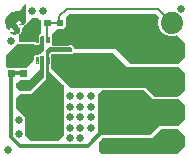
<source format=gtl>
G04 EAGLE Gerber RS-274X export*
G75*
%MOMM*%
%FSLAX34Y34*%
%LPD*%
%INTop Copper*%
%IPPOS*%
%AMOC8*
5,1,8,0,0,1.08239X$1,22.5*%
G01*
%ADD10C,0.102000*%
%ADD11C,0.104000*%
%ADD12C,0.635000*%
%ADD13C,1.879600*%
%ADD14C,0.092500*%
%ADD15C,0.100000*%
%ADD16C,0.203200*%
%ADD17C,0.304800*%

G36*
X149947Y79007D02*
X149947Y79007D01*
X150034Y79010D01*
X150087Y79027D01*
X150142Y79035D01*
X150221Y79070D01*
X150305Y79097D01*
X150344Y79125D01*
X150401Y79151D01*
X150514Y79247D01*
X150578Y79292D01*
X155404Y84118D01*
X155456Y84188D01*
X155516Y84252D01*
X155542Y84301D01*
X155575Y84345D01*
X155606Y84427D01*
X155646Y84505D01*
X155654Y84553D01*
X155676Y84611D01*
X155688Y84759D01*
X155701Y84836D01*
X155701Y96774D01*
X155689Y96861D01*
X155686Y96948D01*
X155669Y97001D01*
X155661Y97055D01*
X155626Y97135D01*
X155599Y97219D01*
X155571Y97258D01*
X155545Y97315D01*
X155449Y97428D01*
X155404Y97492D01*
X149635Y103260D01*
X149634Y103261D01*
X149633Y103263D01*
X149515Y103351D01*
X149408Y103431D01*
X149407Y103432D01*
X149406Y103433D01*
X149272Y103483D01*
X149143Y103532D01*
X149141Y103533D01*
X149140Y103533D01*
X148995Y103545D01*
X148859Y103556D01*
X148858Y103556D01*
X148856Y103556D01*
X148841Y103552D01*
X148581Y103500D01*
X148553Y103486D01*
X148529Y103480D01*
X147054Y102869D01*
X142506Y102869D01*
X138305Y104610D01*
X135090Y107825D01*
X133349Y112026D01*
X133349Y116574D01*
X133960Y118049D01*
X133961Y118051D01*
X133962Y118052D01*
X133996Y118186D01*
X134031Y118324D01*
X134031Y118326D01*
X134032Y118327D01*
X134027Y118468D01*
X134023Y118609D01*
X134023Y118610D01*
X134023Y118612D01*
X133979Y118746D01*
X133937Y118879D01*
X133936Y118881D01*
X133935Y118882D01*
X133926Y118895D01*
X133778Y119115D01*
X133755Y119135D01*
X133740Y119155D01*
X131528Y121368D01*
X131458Y121420D01*
X131394Y121480D01*
X131345Y121506D01*
X131301Y121539D01*
X131219Y121570D01*
X131141Y121610D01*
X131094Y121618D01*
X131035Y121640D01*
X130887Y121652D01*
X130810Y121665D01*
X58420Y121665D01*
X58333Y121653D01*
X58246Y121650D01*
X58193Y121633D01*
X58139Y121625D01*
X58059Y121590D01*
X57975Y121563D01*
X57936Y121535D01*
X57879Y121509D01*
X57766Y121413D01*
X57702Y121368D01*
X55162Y118828D01*
X55110Y118758D01*
X55050Y118694D01*
X55024Y118645D01*
X54991Y118601D01*
X54960Y118519D01*
X54920Y118441D01*
X54912Y118394D01*
X54890Y118335D01*
X54878Y118187D01*
X54865Y118110D01*
X54865Y110911D01*
X52920Y108965D01*
X48260Y108965D01*
X48173Y108953D01*
X48086Y108950D01*
X48033Y108933D01*
X47979Y108925D01*
X47899Y108890D01*
X47815Y108863D01*
X47776Y108835D01*
X47719Y108809D01*
X47606Y108713D01*
X47542Y108668D01*
X43260Y104386D01*
X43208Y104316D01*
X43148Y104252D01*
X43122Y104203D01*
X43089Y104159D01*
X43058Y104077D01*
X43018Y103999D01*
X43010Y103951D01*
X42988Y103893D01*
X42976Y103745D01*
X42963Y103668D01*
X42963Y96488D01*
X42971Y96430D01*
X42969Y96372D01*
X42991Y96290D01*
X43003Y96206D01*
X43026Y96153D01*
X43041Y96097D01*
X43084Y96024D01*
X43119Y95947D01*
X43157Y95902D01*
X43186Y95852D01*
X43248Y95794D01*
X43302Y95730D01*
X43351Y95698D01*
X43394Y95658D01*
X43469Y95619D01*
X43539Y95572D01*
X43595Y95555D01*
X43647Y95528D01*
X43715Y95517D01*
X43810Y95487D01*
X43910Y95484D01*
X43978Y95473D01*
X60279Y95473D01*
X61777Y93975D01*
X61778Y93951D01*
X61795Y93898D01*
X61799Y93869D01*
X61799Y93396D01*
X61811Y93309D01*
X61814Y93222D01*
X61831Y93169D01*
X61839Y93114D01*
X61874Y93035D01*
X61901Y92951D01*
X61929Y92912D01*
X61955Y92855D01*
X62051Y92742D01*
X62096Y92678D01*
X62782Y91992D01*
X62852Y91940D01*
X62916Y91880D01*
X62965Y91854D01*
X63009Y91821D01*
X63091Y91790D01*
X63169Y91750D01*
X63216Y91742D01*
X63275Y91720D01*
X63423Y91708D01*
X63500Y91695D01*
X97370Y91695D01*
X109772Y79292D01*
X109842Y79240D01*
X109906Y79180D01*
X109955Y79154D01*
X109999Y79121D01*
X110081Y79090D01*
X110159Y79050D01*
X110207Y79042D01*
X110265Y79020D01*
X110413Y79008D01*
X110490Y78995D01*
X149860Y78995D01*
X149947Y79007D01*
G37*
G36*
X149820Y51575D02*
X149820Y51575D01*
X149907Y51578D01*
X149960Y51595D01*
X150014Y51603D01*
X150094Y51638D01*
X150178Y51665D01*
X150217Y51693D01*
X150274Y51719D01*
X150387Y51815D01*
X150451Y51860D01*
X155658Y57067D01*
X155710Y57137D01*
X155770Y57201D01*
X155796Y57250D01*
X155829Y57294D01*
X155860Y57376D01*
X155900Y57454D01*
X155908Y57502D01*
X155930Y57560D01*
X155942Y57708D01*
X155955Y57785D01*
X155955Y70739D01*
X155943Y70826D01*
X155940Y70913D01*
X155923Y70966D01*
X155915Y71021D01*
X155880Y71100D01*
X155853Y71184D01*
X155825Y71223D01*
X155799Y71280D01*
X155703Y71393D01*
X155658Y71457D01*
X150552Y76562D01*
X150483Y76615D01*
X150419Y76675D01*
X150369Y76700D01*
X150325Y76733D01*
X150244Y76764D01*
X150166Y76804D01*
X150118Y76812D01*
X150060Y76834D01*
X149912Y76847D01*
X149835Y76860D01*
X106770Y76860D01*
X95282Y88348D01*
X95212Y88400D01*
X95148Y88460D01*
X95099Y88486D01*
X95055Y88519D01*
X94973Y88550D01*
X94895Y88590D01*
X94848Y88598D01*
X94789Y88620D01*
X94642Y88632D01*
X94564Y88645D01*
X61443Y88645D01*
X61356Y88633D01*
X61269Y88630D01*
X61216Y88613D01*
X61161Y88605D01*
X61081Y88570D01*
X60998Y88543D01*
X60959Y88515D01*
X60902Y88489D01*
X60788Y88393D01*
X60725Y88348D01*
X60311Y87934D01*
X43608Y87934D01*
X43521Y87922D01*
X43434Y87919D01*
X43381Y87902D01*
X43326Y87894D01*
X43247Y87858D01*
X43163Y87831D01*
X43124Y87803D01*
X43067Y87778D01*
X42954Y87682D01*
X42890Y87637D01*
X42792Y87539D01*
X42740Y87469D01*
X42680Y87405D01*
X42655Y87356D01*
X42621Y87312D01*
X42590Y87230D01*
X42550Y87152D01*
X42543Y87105D01*
X42520Y87046D01*
X42508Y86898D01*
X42495Y86821D01*
X42495Y75971D01*
X42507Y75885D01*
X42510Y75797D01*
X42527Y75745D01*
X42535Y75690D01*
X42571Y75610D01*
X42597Y75527D01*
X42625Y75488D01*
X42651Y75430D01*
X42747Y75317D01*
X42761Y75293D01*
X42770Y75285D01*
X42792Y75254D01*
X58540Y59506D01*
X58610Y59453D01*
X58674Y59393D01*
X58723Y59368D01*
X58768Y59335D01*
X58849Y59304D01*
X58927Y59264D01*
X58975Y59256D01*
X59033Y59233D01*
X59181Y59221D01*
X59258Y59208D01*
X122236Y59208D01*
X129584Y51860D01*
X129654Y51808D01*
X129718Y51748D01*
X129767Y51722D01*
X129811Y51689D01*
X129893Y51658D01*
X129971Y51618D01*
X130019Y51610D01*
X130077Y51588D01*
X130225Y51576D01*
X130302Y51563D01*
X149733Y51563D01*
X149820Y51575D01*
G37*
G36*
X125828Y19063D02*
X125828Y19063D01*
X125927Y19066D01*
X125985Y19083D01*
X126046Y19091D01*
X126138Y19127D01*
X126233Y19155D01*
X126285Y19185D01*
X126341Y19208D01*
X126421Y19266D01*
X126507Y19316D01*
X126582Y19382D01*
X126599Y19394D01*
X126606Y19404D01*
X126628Y19423D01*
X133876Y26671D01*
X149860Y26671D01*
X149958Y26683D01*
X150057Y26686D01*
X150115Y26703D01*
X150176Y26711D01*
X150268Y26747D01*
X150363Y26775D01*
X150415Y26805D01*
X150471Y26828D01*
X150551Y26886D01*
X150637Y26936D01*
X150712Y27002D01*
X150729Y27014D01*
X150736Y27024D01*
X150758Y27043D01*
X155330Y31615D01*
X155390Y31693D01*
X155458Y31765D01*
X155487Y31818D01*
X155524Y31866D01*
X155564Y31957D01*
X155612Y32043D01*
X155627Y32102D01*
X155651Y32158D01*
X155666Y32256D01*
X155691Y32351D01*
X155697Y32451D01*
X155701Y32472D01*
X155699Y32484D01*
X155701Y32512D01*
X155701Y43688D01*
X155689Y43786D01*
X155686Y43885D01*
X155669Y43943D01*
X155661Y44004D01*
X155625Y44096D01*
X155597Y44191D01*
X155567Y44243D01*
X155544Y44299D01*
X155486Y44379D01*
X155436Y44465D01*
X155370Y44540D01*
X155358Y44557D01*
X155348Y44564D01*
X155330Y44585D01*
X150758Y49158D01*
X150679Y49218D01*
X150607Y49286D01*
X150554Y49315D01*
X150506Y49352D01*
X150415Y49392D01*
X150329Y49440D01*
X150270Y49455D01*
X150214Y49479D01*
X150116Y49494D01*
X150021Y49519D01*
X149921Y49525D01*
X149900Y49529D01*
X149888Y49527D01*
X149860Y49529D01*
X128796Y49529D01*
X121548Y56778D01*
X121469Y56838D01*
X121397Y56906D01*
X121344Y56935D01*
X121296Y56972D01*
X121205Y57012D01*
X121119Y57060D01*
X121060Y57075D01*
X121004Y57099D01*
X120906Y57114D01*
X120811Y57139D01*
X120711Y57145D01*
X120690Y57149D01*
X120678Y57147D01*
X120650Y57149D01*
X86360Y57149D01*
X86262Y57137D01*
X86163Y57134D01*
X86105Y57117D01*
X86044Y57109D01*
X85952Y57073D01*
X85857Y57045D01*
X85805Y57015D01*
X85749Y56992D01*
X85669Y56934D01*
X85583Y56884D01*
X85508Y56818D01*
X85491Y56806D01*
X85484Y56796D01*
X85471Y56785D01*
X85470Y56785D01*
X85470Y56784D01*
X85463Y56778D01*
X82923Y54238D01*
X82862Y54159D01*
X82794Y54087D01*
X82765Y54034D01*
X82728Y53986D01*
X82688Y53895D01*
X82640Y53809D01*
X82625Y53750D01*
X82601Y53694D01*
X82586Y53596D01*
X82561Y53501D01*
X82555Y53411D01*
X82553Y53401D01*
X82554Y53395D01*
X82551Y53380D01*
X82553Y53368D01*
X82551Y53340D01*
X82551Y20320D01*
X82566Y20202D01*
X82573Y20083D01*
X82586Y20045D01*
X82591Y20004D01*
X82634Y19894D01*
X82671Y19781D01*
X82693Y19746D01*
X82708Y19709D01*
X82778Y19613D01*
X82841Y19512D01*
X82871Y19484D01*
X82894Y19451D01*
X82986Y19376D01*
X83073Y19294D01*
X83108Y19274D01*
X83139Y19249D01*
X83247Y19198D01*
X83351Y19140D01*
X83391Y19130D01*
X83427Y19113D01*
X83544Y19091D01*
X83659Y19061D01*
X83720Y19057D01*
X83740Y19053D01*
X83760Y19055D01*
X83820Y19051D01*
X125730Y19051D01*
X125828Y19063D01*
G37*
G36*
X48347Y14237D02*
X48347Y14237D01*
X48434Y14240D01*
X48487Y14257D01*
X48542Y14265D01*
X48621Y14300D01*
X48705Y14327D01*
X48744Y14355D01*
X48801Y14381D01*
X48914Y14477D01*
X48978Y14522D01*
X52788Y18332D01*
X52840Y18402D01*
X52900Y18466D01*
X52926Y18515D01*
X52959Y18559D01*
X52990Y18641D01*
X53030Y18719D01*
X53038Y18767D01*
X53060Y18825D01*
X53072Y18973D01*
X53085Y19050D01*
X53085Y60960D01*
X53078Y61013D01*
X53079Y61043D01*
X53072Y61066D01*
X53070Y61134D01*
X53053Y61187D01*
X53045Y61242D01*
X53010Y61321D01*
X52983Y61405D01*
X52955Y61444D01*
X52929Y61501D01*
X52833Y61614D01*
X52788Y61678D01*
X40893Y73573D01*
X40893Y87448D01*
X40914Y87477D01*
X40974Y87540D01*
X41000Y87590D01*
X41033Y87634D01*
X41064Y87716D01*
X41104Y87794D01*
X41112Y87841D01*
X41134Y87900D01*
X41146Y88047D01*
X41159Y88125D01*
X41159Y88162D01*
X42208Y89211D01*
X42245Y89211D01*
X42332Y89223D01*
X42419Y89226D01*
X42472Y89243D01*
X42527Y89251D01*
X42607Y89286D01*
X42690Y89313D01*
X42729Y89341D01*
X42786Y89367D01*
X42896Y89460D01*
X58750Y89460D01*
X58808Y89468D01*
X58867Y89466D01*
X58948Y89488D01*
X59032Y89499D01*
X59085Y89523D01*
X59142Y89538D01*
X59214Y89581D01*
X59291Y89616D01*
X59336Y89653D01*
X59386Y89683D01*
X59444Y89745D01*
X59508Y89799D01*
X59541Y89848D01*
X59581Y89891D01*
X59619Y89966D01*
X59666Y90036D01*
X59683Y90092D01*
X59710Y90144D01*
X59721Y90212D01*
X59751Y90307D01*
X59754Y90407D01*
X59765Y90475D01*
X59765Y92405D01*
X59757Y92462D01*
X59759Y92515D01*
X59759Y92516D01*
X59759Y92522D01*
X59737Y92603D01*
X59726Y92687D01*
X59702Y92740D01*
X59687Y92797D01*
X59644Y92869D01*
X59609Y92946D01*
X59572Y92991D01*
X59542Y93041D01*
X59480Y93099D01*
X59426Y93163D01*
X59377Y93196D01*
X59334Y93236D01*
X59259Y93274D01*
X59189Y93321D01*
X59133Y93338D01*
X59081Y93365D01*
X59013Y93376D01*
X58918Y93406D01*
X58818Y93409D01*
X58750Y93420D01*
X41148Y93420D01*
X41061Y93408D01*
X40974Y93405D01*
X40921Y93388D01*
X40867Y93381D01*
X40787Y93345D01*
X40704Y93318D01*
X40664Y93290D01*
X40607Y93264D01*
X40494Y93168D01*
X40430Y93123D01*
X38246Y90939D01*
X38193Y90869D01*
X38133Y90805D01*
X38108Y90756D01*
X38075Y90711D01*
X38044Y90630D01*
X38004Y90552D01*
X37996Y90504D01*
X37974Y90446D01*
X37961Y90298D01*
X37948Y90221D01*
X37948Y66054D01*
X25818Y53923D01*
X16739Y53923D01*
X16652Y53911D01*
X16565Y53908D01*
X16512Y53891D01*
X16457Y53884D01*
X16377Y53848D01*
X16294Y53821D01*
X16255Y53793D01*
X16198Y53767D01*
X16084Y53671D01*
X16021Y53626D01*
X13252Y50858D01*
X13200Y50788D01*
X13140Y50724D01*
X13114Y50674D01*
X13081Y50630D01*
X13050Y50549D01*
X13010Y50471D01*
X13002Y50423D01*
X12980Y50365D01*
X12968Y50217D01*
X12955Y50140D01*
X12955Y41910D01*
X12967Y41823D01*
X12970Y41736D01*
X12987Y41683D01*
X12995Y41629D01*
X13030Y41549D01*
X13057Y41465D01*
X13085Y41426D01*
X13111Y41369D01*
X13207Y41256D01*
X13252Y41192D01*
X20575Y33870D01*
X20575Y19050D01*
X20587Y18963D01*
X20590Y18876D01*
X20607Y18823D01*
X20615Y18769D01*
X20650Y18689D01*
X20677Y18605D01*
X20705Y18566D01*
X20731Y18509D01*
X20827Y18396D01*
X20872Y18332D01*
X24682Y14522D01*
X24752Y14470D01*
X24816Y14410D01*
X24865Y14384D01*
X24909Y14351D01*
X24991Y14320D01*
X25069Y14280D01*
X25117Y14272D01*
X25175Y14250D01*
X25323Y14238D01*
X25400Y14225D01*
X48260Y14225D01*
X48347Y14237D01*
G37*
G36*
X148677Y2807D02*
X148677Y2807D01*
X148764Y2810D01*
X148817Y2827D01*
X148872Y2835D01*
X148951Y2870D01*
X149035Y2897D01*
X149074Y2925D01*
X149131Y2951D01*
X149244Y3047D01*
X149308Y3092D01*
X155658Y9442D01*
X155710Y9512D01*
X155770Y9576D01*
X155796Y9625D01*
X155829Y9669D01*
X155860Y9751D01*
X155900Y9829D01*
X155908Y9877D01*
X155930Y9935D01*
X155942Y10083D01*
X155955Y10160D01*
X155955Y17780D01*
X155943Y17867D01*
X155940Y17954D01*
X155923Y18007D01*
X155915Y18062D01*
X155880Y18141D01*
X155853Y18225D01*
X155825Y18264D01*
X155799Y18321D01*
X155703Y18434D01*
X155658Y18498D01*
X150578Y23578D01*
X150508Y23630D01*
X150444Y23690D01*
X150395Y23716D01*
X150351Y23749D01*
X150269Y23780D01*
X150191Y23820D01*
X150144Y23828D01*
X150085Y23850D01*
X149937Y23862D01*
X149860Y23875D01*
X135890Y23875D01*
X135803Y23863D01*
X135716Y23860D01*
X135663Y23843D01*
X135609Y23835D01*
X135529Y23800D01*
X135445Y23773D01*
X135406Y23745D01*
X135349Y23719D01*
X135236Y23623D01*
X135172Y23578D01*
X127850Y16255D01*
X86360Y16255D01*
X86273Y16243D01*
X86186Y16240D01*
X86133Y16223D01*
X86079Y16215D01*
X85999Y16180D01*
X85915Y16153D01*
X85876Y16125D01*
X85819Y16099D01*
X85706Y16003D01*
X85642Y15958D01*
X83102Y13418D01*
X83050Y13348D01*
X82990Y13284D01*
X82964Y13235D01*
X82931Y13191D01*
X82900Y13109D01*
X82860Y13031D01*
X82852Y12984D01*
X82830Y12925D01*
X82818Y12777D01*
X82805Y12700D01*
X82805Y6350D01*
X82817Y6263D01*
X82820Y6176D01*
X82837Y6123D01*
X82845Y6069D01*
X82880Y5989D01*
X82907Y5905D01*
X82935Y5866D01*
X82961Y5809D01*
X83057Y5696D01*
X83102Y5632D01*
X85642Y3092D01*
X85712Y3040D01*
X85776Y2980D01*
X85825Y2954D01*
X85869Y2921D01*
X85951Y2890D01*
X86029Y2850D01*
X86077Y2842D01*
X86135Y2820D01*
X86283Y2808D01*
X86360Y2795D01*
X148590Y2795D01*
X148677Y2807D01*
G37*
G36*
X20915Y75705D02*
X20915Y75705D01*
X21002Y75708D01*
X21055Y75725D01*
X21110Y75733D01*
X21189Y75768D01*
X21273Y75795D01*
X21312Y75823D01*
X21369Y75849D01*
X21482Y75945D01*
X21546Y75990D01*
X27362Y81806D01*
X27414Y81876D01*
X27474Y81940D01*
X27500Y81989D01*
X27533Y82033D01*
X27564Y82115D01*
X27604Y82193D01*
X27612Y82241D01*
X27634Y82299D01*
X27646Y82447D01*
X27659Y82524D01*
X27659Y86168D01*
X28702Y87211D01*
X32346Y87211D01*
X32433Y87223D01*
X32520Y87226D01*
X32573Y87243D01*
X32627Y87251D01*
X32707Y87286D01*
X32791Y87313D01*
X32830Y87341D01*
X32887Y87367D01*
X33000Y87463D01*
X33064Y87508D01*
X36100Y90544D01*
X36153Y90614D01*
X36213Y90678D01*
X36238Y90727D01*
X36271Y90772D01*
X36302Y90853D01*
X36342Y90931D01*
X36350Y90979D01*
X36372Y91037D01*
X36384Y91185D01*
X36397Y91262D01*
X36397Y101930D01*
X36389Y101988D01*
X36391Y102047D01*
X36369Y102128D01*
X36358Y102212D01*
X36334Y102265D01*
X36319Y102322D01*
X36276Y102394D01*
X36241Y102471D01*
X36204Y102516D01*
X36174Y102566D01*
X36112Y102624D01*
X36058Y102688D01*
X36009Y102721D01*
X35966Y102761D01*
X35891Y102799D01*
X35821Y102846D01*
X35765Y102863D01*
X35713Y102890D01*
X35645Y102901D01*
X35550Y102931D01*
X35450Y102934D01*
X35382Y102945D01*
X34519Y102945D01*
X34461Y102937D01*
X34402Y102939D01*
X34321Y102917D01*
X34237Y102906D01*
X34184Y102882D01*
X34127Y102867D01*
X34055Y102824D01*
X33978Y102789D01*
X33933Y102752D01*
X33883Y102722D01*
X33825Y102660D01*
X33761Y102606D01*
X33728Y102557D01*
X33688Y102514D01*
X33650Y102439D01*
X33603Y102369D01*
X33585Y102313D01*
X33559Y102261D01*
X33547Y102193D01*
X33517Y102098D01*
X33515Y101998D01*
X33503Y101930D01*
X33503Y96915D01*
X32761Y96173D01*
X32730Y96163D01*
X32690Y96135D01*
X32633Y96109D01*
X32520Y96013D01*
X32456Y95968D01*
X32158Y95669D01*
X28702Y95669D01*
X28404Y95968D01*
X28334Y96020D01*
X28270Y96080D01*
X28221Y96106D01*
X28177Y96139D01*
X28095Y96170D01*
X28017Y96210D01*
X27969Y96218D01*
X27911Y96240D01*
X27763Y96252D01*
X27686Y96265D01*
X13970Y96265D01*
X13883Y96253D01*
X13796Y96250D01*
X13743Y96233D01*
X13689Y96225D01*
X13609Y96190D01*
X13525Y96163D01*
X13486Y96135D01*
X13429Y96109D01*
X13316Y96013D01*
X13252Y95968D01*
X4362Y87078D01*
X4310Y87008D01*
X4250Y86944D01*
X4224Y86895D01*
X4191Y86851D01*
X4160Y86769D01*
X4120Y86691D01*
X4112Y86644D01*
X4090Y86585D01*
X4078Y86437D01*
X4065Y86360D01*
X4065Y78588D01*
X4077Y78501D01*
X4080Y78414D01*
X4097Y78361D01*
X4105Y78306D01*
X4140Y78226D01*
X4167Y78143D01*
X4195Y78104D01*
X4221Y78047D01*
X4317Y77933D01*
X4362Y77870D01*
X6242Y75990D01*
X6311Y75938D01*
X6375Y75878D01*
X6425Y75852D01*
X6469Y75819D01*
X6551Y75788D01*
X6629Y75748D01*
X6676Y75740D01*
X6735Y75718D01*
X6882Y75706D01*
X6960Y75693D01*
X20828Y75693D01*
X20915Y75705D01*
G37*
G36*
X30995Y97545D02*
X30995Y97545D01*
X31054Y97543D01*
X31135Y97565D01*
X31219Y97577D01*
X31272Y97600D01*
X31329Y97615D01*
X31401Y97658D01*
X31478Y97693D01*
X31523Y97731D01*
X31573Y97760D01*
X31631Y97822D01*
X31695Y97876D01*
X31728Y97925D01*
X31768Y97968D01*
X31806Y98043D01*
X31853Y98113D01*
X31870Y98169D01*
X31897Y98221D01*
X31908Y98289D01*
X31938Y98384D01*
X31941Y98484D01*
X31952Y98552D01*
X31952Y103313D01*
X33433Y104794D01*
X33486Y104863D01*
X33546Y104927D01*
X33571Y104977D01*
X33604Y105021D01*
X33635Y105103D01*
X33675Y105181D01*
X33683Y105228D01*
X33705Y105287D01*
X33717Y105434D01*
X33730Y105512D01*
X33730Y115875D01*
X33724Y115923D01*
X33724Y115928D01*
X33722Y115934D01*
X33718Y115961D01*
X33715Y116049D01*
X33698Y116102D01*
X33691Y116156D01*
X33655Y116236D01*
X33628Y116319D01*
X33600Y116359D01*
X33574Y116416D01*
X33478Y116529D01*
X33433Y116593D01*
X31833Y118193D01*
X31763Y118245D01*
X31699Y118305D01*
X31650Y118331D01*
X31606Y118364D01*
X31524Y118395D01*
X31446Y118435D01*
X31399Y118443D01*
X31340Y118465D01*
X31192Y118477D01*
X31115Y118490D01*
X27076Y118490D01*
X26990Y118478D01*
X26902Y118475D01*
X26850Y118458D01*
X26795Y118450D01*
X26715Y118415D01*
X26632Y118388D01*
X26593Y118360D01*
X26536Y118334D01*
X26422Y118238D01*
X26359Y118193D01*
X22406Y114240D01*
X22300Y114100D01*
X22282Y114079D01*
X22266Y114061D01*
X22264Y114058D01*
X22253Y114044D01*
X22227Y114002D01*
X22146Y113809D01*
X22122Y113758D01*
X22026Y113423D01*
X21978Y113382D01*
X21888Y113314D01*
X21870Y113290D01*
X21847Y113270D01*
X21785Y113176D01*
X21718Y113086D01*
X21707Y113058D01*
X21690Y113033D01*
X21669Y112957D01*
X21617Y112820D01*
X21612Y112757D01*
X21599Y112710D01*
X21596Y112688D01*
X21436Y112560D01*
X21428Y112551D01*
X21418Y112545D01*
X21377Y112497D01*
X21340Y112457D01*
X21302Y112426D01*
X21284Y112398D01*
X21241Y112353D01*
X21222Y112315D01*
X21200Y112289D01*
X21094Y112114D01*
X21042Y112100D01*
X21029Y112095D01*
X21016Y112093D01*
X20898Y112042D01*
X20779Y111994D01*
X20768Y111985D01*
X20755Y111980D01*
X20656Y111897D01*
X20555Y111818D01*
X20547Y111807D01*
X20536Y111798D01*
X20501Y111742D01*
X20389Y111587D01*
X20384Y111573D01*
X20160Y111483D01*
X19914Y111342D01*
X19909Y111336D01*
X19903Y111333D01*
X19751Y111212D01*
X19706Y111186D01*
X19681Y111160D01*
X19644Y111135D01*
X19597Y111118D01*
X19547Y111083D01*
X19538Y111083D01*
X19522Y111078D01*
X19505Y111078D01*
X19386Y111039D01*
X19265Y111005D01*
X19251Y110995D01*
X19234Y110990D01*
X19177Y110949D01*
X19024Y110853D01*
X18992Y110818D01*
X18961Y110795D01*
X17879Y109713D01*
X17827Y109644D01*
X17767Y109580D01*
X17741Y109530D01*
X17708Y109486D01*
X17677Y109405D01*
X17637Y109327D01*
X17629Y109279D01*
X17607Y109221D01*
X17595Y109073D01*
X17582Y108996D01*
X17582Y108743D01*
X17598Y108628D01*
X17597Y108588D01*
X17604Y108562D01*
X17606Y108523D01*
X17748Y107882D01*
X17634Y107538D01*
X17583Y107259D01*
X17585Y107236D01*
X17582Y107217D01*
X17582Y106917D01*
X17560Y106888D01*
X17538Y106831D01*
X17508Y106779D01*
X17488Y106699D01*
X17459Y106622D01*
X17454Y106562D01*
X17449Y106544D01*
X17199Y106144D01*
X17180Y106102D01*
X17177Y106098D01*
X17175Y106091D01*
X17132Y105994D01*
X17097Y105927D01*
X16954Y105500D01*
X16921Y105472D01*
X16866Y105392D01*
X16805Y105316D01*
X16787Y105275D01*
X16761Y105237D01*
X16740Y105165D01*
X16704Y105082D01*
X16518Y104937D01*
X16511Y104930D01*
X16502Y104925D01*
X16465Y104882D01*
X16320Y104732D01*
X16301Y104697D01*
X16280Y104673D01*
X16159Y104479D01*
X16117Y104469D01*
X16066Y104439D01*
X16010Y104417D01*
X15944Y104367D01*
X15872Y104325D01*
X15831Y104281D01*
X15784Y104246D01*
X15747Y104196D01*
X15567Y104098D01*
X15494Y104044D01*
X15417Y103998D01*
X15381Y103959D01*
X15339Y103928D01*
X15284Y103856D01*
X15222Y103791D01*
X15198Y103744D01*
X15167Y103702D01*
X15134Y103618D01*
X15093Y103537D01*
X15085Y103492D01*
X15064Y103436D01*
X15050Y103283D01*
X15038Y103206D01*
X15038Y98831D01*
X15050Y98745D01*
X15053Y98657D01*
X15070Y98605D01*
X15077Y98550D01*
X15113Y98470D01*
X15140Y98387D01*
X15168Y98348D01*
X15194Y98290D01*
X15289Y98177D01*
X15335Y98114D01*
X15614Y97834D01*
X15684Y97782D01*
X15748Y97722D01*
X15797Y97696D01*
X15841Y97663D01*
X15923Y97632D01*
X16001Y97592D01*
X16049Y97584D01*
X16107Y97562D01*
X16255Y97550D01*
X16332Y97537D01*
X30937Y97537D01*
X30995Y97545D01*
G37*
G36*
X24217Y56147D02*
X24217Y56147D01*
X24304Y56150D01*
X24357Y56167D01*
X24412Y56175D01*
X24491Y56210D01*
X24575Y56237D01*
X24614Y56265D01*
X24671Y56291D01*
X24784Y56387D01*
X24848Y56432D01*
X36278Y67862D01*
X36330Y67932D01*
X36390Y67996D01*
X36416Y68045D01*
X36449Y68089D01*
X36480Y68171D01*
X36520Y68249D01*
X36528Y68297D01*
X36550Y68355D01*
X36562Y68503D01*
X36575Y68580D01*
X36575Y85090D01*
X36567Y85148D01*
X36569Y85206D01*
X36547Y85288D01*
X36535Y85372D01*
X36512Y85425D01*
X36497Y85481D01*
X36454Y85554D01*
X36419Y85631D01*
X36381Y85676D01*
X36352Y85726D01*
X36290Y85784D01*
X36236Y85848D01*
X36187Y85880D01*
X36144Y85920D01*
X36069Y85959D01*
X35999Y86006D01*
X35943Y86023D01*
X35891Y86050D01*
X35823Y86061D01*
X35728Y86091D01*
X35628Y86094D01*
X35560Y86105D01*
X34290Y86105D01*
X34232Y86097D01*
X34174Y86099D01*
X34092Y86077D01*
X34009Y86065D01*
X33955Y86042D01*
X33899Y86027D01*
X33826Y85984D01*
X33749Y85949D01*
X33704Y85911D01*
X33654Y85882D01*
X33596Y85820D01*
X33532Y85766D01*
X33500Y85717D01*
X33460Y85674D01*
X33421Y85599D01*
X33375Y85529D01*
X33357Y85473D01*
X33330Y85421D01*
X33319Y85353D01*
X33289Y85258D01*
X33286Y85158D01*
X33275Y85090D01*
X33275Y75351D01*
X23710Y65785D01*
X16510Y65785D01*
X16423Y65773D01*
X16336Y65770D01*
X16283Y65753D01*
X16229Y65745D01*
X16149Y65710D01*
X16065Y65683D01*
X16026Y65655D01*
X15969Y65629D01*
X15856Y65533D01*
X15792Y65488D01*
X13252Y62948D01*
X13227Y62914D01*
X13212Y62902D01*
X13188Y62866D01*
X13140Y62814D01*
X13114Y62765D01*
X13081Y62721D01*
X13067Y62685D01*
X13055Y62665D01*
X13040Y62619D01*
X13010Y62561D01*
X13002Y62514D01*
X12980Y62455D01*
X12977Y62421D01*
X12969Y62394D01*
X12966Y62299D01*
X12955Y62230D01*
X12955Y59690D01*
X12967Y59603D01*
X12970Y59516D01*
X12987Y59463D01*
X12995Y59409D01*
X13030Y59329D01*
X13057Y59245D01*
X13085Y59206D01*
X13111Y59149D01*
X13207Y59036D01*
X13252Y58972D01*
X15792Y56432D01*
X15862Y56380D01*
X15926Y56320D01*
X15975Y56294D01*
X16019Y56261D01*
X16101Y56230D01*
X16179Y56190D01*
X16227Y56182D01*
X16285Y56160D01*
X16433Y56148D01*
X16510Y56135D01*
X24130Y56135D01*
X24217Y56147D01*
G37*
G36*
X12058Y104076D02*
X12058Y104076D01*
X12098Y104076D01*
X13198Y104276D01*
X13233Y104291D01*
X13312Y104316D01*
X14412Y104916D01*
X14432Y104934D01*
X14463Y104950D01*
X15363Y105650D01*
X15383Y105674D01*
X15443Y105738D01*
X15446Y105740D01*
X15446Y105742D01*
X15452Y105748D01*
X15952Y106548D01*
X15964Y106582D01*
X15991Y106630D01*
X16291Y107530D01*
X16294Y107567D01*
X16310Y107650D01*
X16310Y108450D01*
X16303Y108483D01*
X16301Y108533D01*
X16101Y109433D01*
X16084Y109468D01*
X16062Y109535D01*
X15562Y110435D01*
X15540Y110459D01*
X15516Y110500D01*
X14816Y111300D01*
X14815Y111301D01*
X14814Y111303D01*
X14597Y111547D01*
X14259Y111928D01*
X14014Y112203D01*
X14006Y112208D01*
X13999Y112219D01*
X13357Y112861D01*
X13110Y113519D01*
X13110Y114088D01*
X13269Y114565D01*
X13590Y114966D01*
X14086Y115297D01*
X14777Y115470D01*
X15492Y115470D01*
X15921Y115384D01*
X16316Y115226D01*
X16835Y114708D01*
X16985Y114482D01*
X17050Y114288D01*
X17050Y114012D01*
X16998Y113855D01*
X16525Y113382D01*
X16310Y113311D01*
X16290Y113298D01*
X16260Y113290D01*
X15992Y113156D01*
X15860Y113090D01*
X15831Y113066D01*
X15761Y113019D01*
X15661Y112919D01*
X15648Y112898D01*
X15629Y112882D01*
X15603Y112825D01*
X15570Y112772D01*
X15567Y112747D01*
X15557Y112724D01*
X15559Y112661D01*
X15553Y112599D01*
X15562Y112576D01*
X15563Y112551D01*
X15593Y112496D01*
X15615Y112437D01*
X15633Y112420D01*
X15645Y112398D01*
X15715Y112344D01*
X15742Y112320D01*
X15751Y112317D01*
X15760Y112310D01*
X16160Y112110D01*
X16175Y112106D01*
X16188Y112097D01*
X16322Y112071D01*
X16329Y112070D01*
X16330Y112070D01*
X17530Y112070D01*
X17556Y112076D01*
X17593Y112075D01*
X18193Y112175D01*
X18198Y112177D01*
X18205Y112177D01*
X18705Y112277D01*
X18731Y112289D01*
X18771Y112297D01*
X19271Y112497D01*
X19302Y112519D01*
X19358Y112546D01*
X19758Y112846D01*
X19762Y112850D01*
X19768Y112853D01*
X20268Y113253D01*
X20285Y113276D01*
X20356Y113354D01*
X20956Y114354D01*
X20968Y114390D01*
X20996Y114446D01*
X21196Y115146D01*
X21197Y115171D01*
X21207Y115203D01*
X21307Y116003D01*
X21305Y116024D01*
X21310Y116050D01*
X21310Y129750D01*
X21304Y129775D01*
X21307Y129801D01*
X21285Y129859D01*
X21271Y129919D01*
X21254Y129939D01*
X21245Y129963D01*
X21200Y130005D01*
X21161Y130052D01*
X21137Y130063D01*
X21118Y130080D01*
X21059Y130098D01*
X21002Y130123D01*
X20977Y130122D01*
X20952Y130130D01*
X20891Y130119D01*
X20829Y130117D01*
X20807Y130104D01*
X20781Y130100D01*
X20710Y130052D01*
X20677Y130034D01*
X20671Y130026D01*
X20661Y130019D01*
X20161Y129519D01*
X20142Y129488D01*
X20104Y129446D01*
X19828Y128986D01*
X19361Y128519D01*
X19353Y128506D01*
X19338Y128493D01*
X18849Y127907D01*
X17661Y126719D01*
X17654Y126708D01*
X17641Y126697D01*
X16451Y125308D01*
X15494Y124352D01*
X14596Y123813D01*
X14099Y123730D01*
X12230Y123730D01*
X12204Y123724D01*
X12168Y123725D01*
X10968Y123525D01*
X10952Y123518D01*
X10930Y123517D01*
X9830Y123217D01*
X9813Y123208D01*
X9789Y123203D01*
X8789Y122803D01*
X8767Y122788D01*
X8734Y122776D01*
X7734Y122176D01*
X7714Y122156D01*
X7680Y122136D01*
X6880Y121436D01*
X6873Y121427D01*
X6861Y121419D01*
X6061Y120619D01*
X6050Y120601D01*
X6030Y120583D01*
X5330Y119683D01*
X5319Y119660D01*
X5298Y119635D01*
X4298Y117835D01*
X4287Y117799D01*
X4262Y117747D01*
X3762Y115847D01*
X3761Y115815D01*
X3750Y115772D01*
X3650Y114072D01*
X3657Y114036D01*
X3656Y113980D01*
X3956Y112380D01*
X3965Y112359D01*
X3968Y112339D01*
X3968Y112335D01*
X3969Y112334D01*
X3969Y112330D01*
X4469Y110830D01*
X4488Y110799D01*
X4509Y110746D01*
X5209Y109646D01*
X5228Y109627D01*
X5246Y109597D01*
X6046Y108697D01*
X6078Y108675D01*
X6128Y108628D01*
X6928Y108128D01*
X6994Y108105D01*
X7058Y108077D01*
X7075Y108077D01*
X7092Y108072D01*
X7161Y108081D01*
X7231Y108083D01*
X7246Y108092D01*
X7264Y108094D01*
X7322Y108133D01*
X7383Y108166D01*
X7393Y108181D01*
X7408Y108191D01*
X7443Y108251D01*
X7483Y108308D01*
X7486Y108327D01*
X7494Y108341D01*
X7497Y108380D01*
X7510Y108450D01*
X7510Y109288D01*
X7582Y109504D01*
X7643Y109625D01*
X7835Y109818D01*
X7992Y109870D01*
X8183Y109870D01*
X8897Y109691D01*
X9239Y109521D01*
X9510Y109339D01*
X9880Y109062D01*
X10435Y108508D01*
X10777Y107994D01*
X10850Y107703D01*
X10850Y107212D01*
X10778Y106996D01*
X10701Y106841D01*
X10550Y106615D01*
X10229Y106375D01*
X10103Y106312D01*
X9906Y106213D01*
X9455Y106123D01*
X9448Y106119D01*
X9438Y106119D01*
X9083Y106030D01*
X8620Y106030D01*
X8500Y106090D01*
X8485Y106094D01*
X8472Y106103D01*
X8338Y106129D01*
X8332Y106130D01*
X8331Y106130D01*
X8330Y106130D01*
X8230Y106130D01*
X8205Y106124D01*
X8179Y106127D01*
X8122Y106105D01*
X8061Y106091D01*
X8041Y106074D01*
X8017Y106065D01*
X7975Y106020D01*
X7928Y105981D01*
X7917Y105957D01*
X7900Y105938D01*
X7882Y105879D01*
X7857Y105822D01*
X7858Y105797D01*
X7850Y105772D01*
X7861Y105711D01*
X7863Y105649D01*
X7876Y105627D01*
X7880Y105601D01*
X7928Y105530D01*
X7946Y105497D01*
X7954Y105491D01*
X7961Y105481D01*
X8061Y105381D01*
X8081Y105369D01*
X8102Y105346D01*
X8502Y105046D01*
X8528Y105034D01*
X8560Y105010D01*
X9960Y104310D01*
X9996Y104301D01*
X10048Y104279D01*
X10948Y104079D01*
X10981Y104079D01*
X11030Y104070D01*
X12030Y104070D01*
X12058Y104076D01*
G37*
D10*
X21540Y73690D02*
X21540Y68710D01*
X16560Y68710D01*
X16560Y73690D01*
X21540Y73690D01*
X21540Y69679D02*
X16560Y69679D01*
X16560Y70648D02*
X21540Y70648D01*
X21540Y71617D02*
X16560Y71617D01*
X16560Y72586D02*
X21540Y72586D01*
X21540Y73555D02*
X16560Y73555D01*
X21540Y78710D02*
X21540Y83690D01*
X21540Y78710D02*
X16560Y78710D01*
X16560Y83690D01*
X21540Y83690D01*
X21540Y79679D02*
X16560Y79679D01*
X16560Y80648D02*
X21540Y80648D01*
X21540Y81617D02*
X16560Y81617D01*
X16560Y82586D02*
X21540Y82586D01*
X21540Y83555D02*
X16560Y83555D01*
X16560Y63370D02*
X16560Y58390D01*
X16560Y63370D02*
X21540Y63370D01*
X21540Y58390D01*
X16560Y58390D01*
X16560Y59359D02*
X21540Y59359D01*
X21540Y60328D02*
X16560Y60328D01*
X16560Y61297D02*
X21540Y61297D01*
X21540Y62266D02*
X16560Y62266D01*
X16560Y63235D02*
X21540Y63235D01*
X16560Y53370D02*
X16560Y48390D01*
X16560Y53370D02*
X21540Y53370D01*
X21540Y48390D01*
X16560Y48390D01*
X16560Y49359D02*
X21540Y49359D01*
X21540Y50328D02*
X16560Y50328D01*
X16560Y51297D02*
X21540Y51297D01*
X21540Y52266D02*
X16560Y52266D01*
X16560Y53235D02*
X21540Y53235D01*
D11*
X122320Y50360D02*
X122320Y43400D01*
X111360Y43400D01*
X111360Y50360D01*
X122320Y50360D01*
X122320Y44388D02*
X111360Y44388D01*
X111360Y45376D02*
X122320Y45376D01*
X122320Y46364D02*
X111360Y46364D01*
X111360Y47352D02*
X122320Y47352D01*
X122320Y48340D02*
X111360Y48340D01*
X111360Y49328D02*
X122320Y49328D01*
X122320Y50316D02*
X111360Y50316D01*
X122320Y61400D02*
X122320Y68360D01*
X122320Y61400D02*
X111360Y61400D01*
X111360Y68360D01*
X122320Y68360D01*
X122320Y62388D02*
X111360Y62388D01*
X111360Y63376D02*
X122320Y63376D01*
X122320Y64364D02*
X111360Y64364D01*
X111360Y65352D02*
X122320Y65352D01*
X122320Y66340D02*
X111360Y66340D01*
X111360Y67328D02*
X122320Y67328D01*
X122320Y68316D02*
X111360Y68316D01*
X111360Y31530D02*
X111360Y24570D01*
X111360Y31530D02*
X122320Y31530D01*
X122320Y24570D01*
X111360Y24570D01*
X111360Y25558D02*
X122320Y25558D01*
X122320Y26546D02*
X111360Y26546D01*
X111360Y27534D02*
X122320Y27534D01*
X122320Y28522D02*
X111360Y28522D01*
X111360Y29510D02*
X122320Y29510D01*
X122320Y30498D02*
X111360Y30498D01*
X111360Y31486D02*
X122320Y31486D01*
X111360Y13530D02*
X111360Y6570D01*
X111360Y13530D02*
X122320Y13530D01*
X122320Y6570D01*
X111360Y6570D01*
X111360Y7558D02*
X122320Y7558D01*
X122320Y8546D02*
X111360Y8546D01*
X111360Y9534D02*
X122320Y9534D01*
X122320Y10522D02*
X111360Y10522D01*
X111360Y11510D02*
X122320Y11510D01*
X122320Y12498D02*
X111360Y12498D01*
X111360Y13486D02*
X122320Y13486D01*
X82150Y95690D02*
X82150Y102650D01*
X93110Y102650D01*
X93110Y95690D01*
X82150Y95690D01*
X82150Y96678D02*
X93110Y96678D01*
X93110Y97666D02*
X82150Y97666D01*
X82150Y98654D02*
X93110Y98654D01*
X93110Y99642D02*
X82150Y99642D01*
X82150Y100630D02*
X93110Y100630D01*
X93110Y101618D02*
X82150Y101618D01*
X82150Y102606D02*
X93110Y102606D01*
X82150Y84650D02*
X82150Y77690D01*
X82150Y84650D02*
X93110Y84650D01*
X93110Y77690D01*
X82150Y77690D01*
X82150Y78678D02*
X93110Y78678D01*
X93110Y79666D02*
X82150Y79666D01*
X82150Y80654D02*
X93110Y80654D01*
X93110Y81642D02*
X82150Y81642D01*
X82150Y82630D02*
X93110Y82630D01*
X93110Y83618D02*
X82150Y83618D01*
X82150Y84606D02*
X93110Y84606D01*
X64370Y95690D02*
X64370Y102650D01*
X75330Y102650D01*
X75330Y95690D01*
X64370Y95690D01*
X64370Y96678D02*
X75330Y96678D01*
X75330Y97666D02*
X64370Y97666D01*
X64370Y98654D02*
X75330Y98654D01*
X75330Y99642D02*
X64370Y99642D01*
X64370Y100630D02*
X75330Y100630D01*
X75330Y101618D02*
X64370Y101618D01*
X64370Y102606D02*
X75330Y102606D01*
X64370Y84650D02*
X64370Y77690D01*
X64370Y84650D02*
X75330Y84650D01*
X75330Y77690D01*
X64370Y77690D01*
X64370Y78678D02*
X75330Y78678D01*
X75330Y79666D02*
X64370Y79666D01*
X64370Y80654D02*
X75330Y80654D01*
X75330Y81642D02*
X64370Y81642D01*
X64370Y82630D02*
X75330Y82630D01*
X75330Y83618D02*
X64370Y83618D01*
X64370Y84606D02*
X75330Y84606D01*
D12*
X152654Y125984D03*
X6248Y6274D03*
D13*
X144780Y114300D03*
X144780Y88900D03*
X144780Y63500D03*
X144780Y38100D03*
D14*
X48348Y21062D02*
X30772Y21062D01*
X30772Y55138D01*
X48348Y55138D01*
X48348Y21062D01*
X48348Y21941D02*
X30772Y21941D01*
X30772Y22820D02*
X48348Y22820D01*
X48348Y23699D02*
X30772Y23699D01*
X30772Y24578D02*
X48348Y24578D01*
X48348Y25457D02*
X30772Y25457D01*
X30772Y26336D02*
X48348Y26336D01*
X48348Y27215D02*
X30772Y27215D01*
X30772Y28094D02*
X48348Y28094D01*
X48348Y28973D02*
X30772Y28973D01*
X30772Y29852D02*
X48348Y29852D01*
X48348Y30731D02*
X30772Y30731D01*
X30772Y31610D02*
X48348Y31610D01*
X48348Y32489D02*
X30772Y32489D01*
X30772Y33368D02*
X48348Y33368D01*
X48348Y34247D02*
X30772Y34247D01*
X30772Y35126D02*
X48348Y35126D01*
X48348Y36005D02*
X30772Y36005D01*
X30772Y36884D02*
X48348Y36884D01*
X48348Y37763D02*
X30772Y37763D01*
X30772Y38642D02*
X48348Y38642D01*
X48348Y39521D02*
X30772Y39521D01*
X30772Y40400D02*
X48348Y40400D01*
X48348Y41279D02*
X30772Y41279D01*
X30772Y42158D02*
X48348Y42158D01*
X48348Y43037D02*
X30772Y43037D01*
X30772Y43916D02*
X48348Y43916D01*
X48348Y44795D02*
X30772Y44795D01*
X30772Y45674D02*
X48348Y45674D01*
X48348Y46553D02*
X30772Y46553D01*
X30772Y47432D02*
X48348Y47432D01*
X48348Y48311D02*
X30772Y48311D01*
X30772Y49190D02*
X48348Y49190D01*
X48348Y50069D02*
X30772Y50069D01*
X30772Y50948D02*
X48348Y50948D01*
X48348Y51827D02*
X30772Y51827D01*
X30772Y52706D02*
X48348Y52706D01*
X48348Y53585D02*
X30772Y53585D01*
X30772Y54464D02*
X48348Y54464D01*
X86272Y21062D02*
X103848Y21062D01*
X86272Y21062D02*
X86272Y55138D01*
X103848Y55138D01*
X103848Y21062D01*
X103848Y21941D02*
X86272Y21941D01*
X86272Y22820D02*
X103848Y22820D01*
X103848Y23699D02*
X86272Y23699D01*
X86272Y24578D02*
X103848Y24578D01*
X103848Y25457D02*
X86272Y25457D01*
X86272Y26336D02*
X103848Y26336D01*
X103848Y27215D02*
X86272Y27215D01*
X86272Y28094D02*
X103848Y28094D01*
X103848Y28973D02*
X86272Y28973D01*
X86272Y29852D02*
X103848Y29852D01*
X103848Y30731D02*
X86272Y30731D01*
X86272Y31610D02*
X103848Y31610D01*
X103848Y32489D02*
X86272Y32489D01*
X86272Y33368D02*
X103848Y33368D01*
X103848Y34247D02*
X86272Y34247D01*
X86272Y35126D02*
X103848Y35126D01*
X103848Y36005D02*
X86272Y36005D01*
X86272Y36884D02*
X103848Y36884D01*
X103848Y37763D02*
X86272Y37763D01*
X86272Y38642D02*
X103848Y38642D01*
X103848Y39521D02*
X86272Y39521D01*
X86272Y40400D02*
X103848Y40400D01*
X103848Y41279D02*
X86272Y41279D01*
X86272Y42158D02*
X103848Y42158D01*
X103848Y43037D02*
X86272Y43037D01*
X86272Y43916D02*
X103848Y43916D01*
X103848Y44795D02*
X86272Y44795D01*
X86272Y45674D02*
X103848Y45674D01*
X103848Y46553D02*
X86272Y46553D01*
X86272Y47432D02*
X103848Y47432D01*
X103848Y48311D02*
X86272Y48311D01*
X86272Y49190D02*
X103848Y49190D01*
X103848Y50069D02*
X86272Y50069D01*
X86272Y50948D02*
X103848Y50948D01*
X103848Y51827D02*
X86272Y51827D01*
X86272Y52706D02*
X103848Y52706D01*
X103848Y53585D02*
X86272Y53585D01*
X86272Y54464D02*
X103848Y54464D01*
D10*
X6400Y78710D02*
X6400Y83690D01*
X11380Y83690D01*
X11380Y78710D01*
X6400Y78710D01*
X6400Y79679D02*
X11380Y79679D01*
X11380Y80648D02*
X6400Y80648D01*
X6400Y81617D02*
X11380Y81617D01*
X11380Y82586D02*
X6400Y82586D01*
X6400Y83555D02*
X11380Y83555D01*
X6400Y73690D02*
X6400Y68710D01*
X6400Y73690D02*
X11380Y73690D01*
X11380Y68710D01*
X6400Y68710D01*
X6400Y69679D02*
X11380Y69679D01*
X11380Y70648D02*
X6400Y70648D01*
X6400Y71617D02*
X11380Y71617D01*
X11380Y72586D02*
X6400Y72586D01*
X6400Y73555D02*
X11380Y73555D01*
X16560Y99030D02*
X16560Y104010D01*
X21540Y104010D01*
X21540Y99030D01*
X16560Y99030D01*
X16560Y99999D02*
X21540Y99999D01*
X21540Y100968D02*
X16560Y100968D01*
X16560Y101937D02*
X21540Y101937D01*
X21540Y102906D02*
X16560Y102906D01*
X16560Y103875D02*
X21540Y103875D01*
X16560Y94010D02*
X16560Y89030D01*
X16560Y94010D02*
X21540Y94010D01*
X21540Y89030D01*
X16560Y89030D01*
X16560Y89999D02*
X21540Y89999D01*
X21540Y90968D02*
X16560Y90968D01*
X16560Y91937D02*
X21540Y91937D01*
X21540Y92906D02*
X16560Y92906D01*
X16560Y93875D02*
X21540Y93875D01*
X47120Y111810D02*
X52100Y111810D01*
X47120Y111810D02*
X47120Y116790D01*
X52100Y116790D01*
X52100Y111810D01*
X52100Y112779D02*
X47120Y112779D01*
X47120Y113748D02*
X52100Y113748D01*
X52100Y114717D02*
X47120Y114717D01*
X47120Y115686D02*
X52100Y115686D01*
X52100Y116655D02*
X47120Y116655D01*
X57120Y111810D02*
X62100Y111810D01*
X57120Y111810D02*
X57120Y116790D01*
X62100Y116790D01*
X62100Y111810D01*
X62100Y112779D02*
X57120Y112779D01*
X57120Y113748D02*
X62100Y113748D01*
X62100Y114717D02*
X57120Y114717D01*
X57120Y115686D02*
X62100Y115686D01*
X62100Y116655D02*
X57120Y116655D01*
X31780Y111810D02*
X26800Y111810D01*
X26800Y116790D01*
X31780Y116790D01*
X31780Y111810D01*
X31780Y112779D02*
X26800Y112779D01*
X26800Y113748D02*
X31780Y113748D01*
X31780Y114717D02*
X26800Y114717D01*
X26800Y115686D02*
X31780Y115686D01*
X31780Y116655D02*
X26800Y116655D01*
X36800Y111810D02*
X41780Y111810D01*
X36800Y111810D02*
X36800Y116790D01*
X41780Y116790D01*
X41780Y111810D01*
X41780Y112779D02*
X36800Y112779D01*
X36800Y113748D02*
X41780Y113748D01*
X41780Y114717D02*
X36800Y114717D01*
X36800Y115686D02*
X41780Y115686D01*
X41780Y116655D02*
X36800Y116655D01*
D11*
X42950Y102420D02*
X56910Y102420D01*
X56910Y95460D01*
X42950Y95460D01*
X42950Y102420D01*
X42950Y96448D02*
X56910Y96448D01*
X56910Y97436D02*
X42950Y97436D01*
X42950Y98424D02*
X56910Y98424D01*
X56910Y99412D02*
X42950Y99412D01*
X42950Y100400D02*
X56910Y100400D01*
X56910Y101388D02*
X42950Y101388D01*
X42950Y102376D02*
X56910Y102376D01*
X56910Y87420D02*
X42950Y87420D01*
X56910Y87420D02*
X56910Y80460D01*
X42950Y80460D01*
X42950Y87420D01*
X42950Y81448D02*
X56910Y81448D01*
X56910Y82436D02*
X42950Y82436D01*
X42950Y83424D02*
X56910Y83424D01*
X56910Y84412D02*
X42950Y84412D01*
X42950Y85400D02*
X56910Y85400D01*
X56910Y86388D02*
X42950Y86388D01*
X42950Y87376D02*
X56910Y87376D01*
D15*
X59230Y92940D02*
X42930Y92940D01*
X59230Y92940D02*
X59230Y89940D01*
X42930Y89940D01*
X42930Y92940D01*
X42930Y90890D02*
X59230Y90890D01*
X59230Y91840D02*
X42930Y91840D01*
X42930Y92790D02*
X59230Y92790D01*
D10*
X40420Y102430D02*
X38440Y102430D01*
X40420Y102430D02*
X40420Y97450D01*
X38440Y97450D01*
X38440Y102430D01*
X38440Y98419D02*
X40420Y98419D01*
X40420Y99388D02*
X38440Y99388D01*
X38440Y100357D02*
X40420Y100357D01*
X40420Y101326D02*
X38440Y101326D01*
X38440Y102295D02*
X40420Y102295D01*
X35920Y102430D02*
X33940Y102430D01*
X35920Y102430D02*
X35920Y97450D01*
X33940Y97450D01*
X33940Y102430D01*
X33940Y98419D02*
X35920Y98419D01*
X35920Y99388D02*
X33940Y99388D01*
X33940Y100357D02*
X35920Y100357D01*
X35920Y101326D02*
X33940Y101326D01*
X33940Y102295D02*
X35920Y102295D01*
X31420Y102430D02*
X29440Y102430D01*
X31420Y102430D02*
X31420Y97450D01*
X29440Y97450D01*
X29440Y102430D01*
X29440Y98419D02*
X31420Y98419D01*
X31420Y99388D02*
X29440Y99388D01*
X29440Y100357D02*
X31420Y100357D01*
X31420Y101326D02*
X29440Y101326D01*
X29440Y102295D02*
X31420Y102295D01*
X31420Y80450D02*
X29440Y80450D01*
X29440Y85430D01*
X31420Y85430D01*
X31420Y80450D01*
X31420Y81419D02*
X29440Y81419D01*
X29440Y82388D02*
X31420Y82388D01*
X31420Y83357D02*
X29440Y83357D01*
X29440Y84326D02*
X31420Y84326D01*
X31420Y85295D02*
X29440Y85295D01*
X33940Y80450D02*
X35920Y80450D01*
X33940Y80450D02*
X33940Y85430D01*
X35920Y85430D01*
X35920Y80450D01*
X35920Y81419D02*
X33940Y81419D01*
X33940Y82388D02*
X35920Y82388D01*
X35920Y83357D02*
X33940Y83357D01*
X33940Y84326D02*
X35920Y84326D01*
X35920Y85295D02*
X33940Y85295D01*
X38440Y80450D02*
X40420Y80450D01*
X38440Y80450D02*
X38440Y85430D01*
X40420Y85430D01*
X40420Y80450D01*
X40420Y81419D02*
X38440Y81419D01*
X38440Y82388D02*
X40420Y82388D01*
X40420Y83357D02*
X38440Y83357D01*
X38440Y84326D02*
X40420Y84326D01*
X40420Y85295D02*
X38440Y85295D01*
D12*
X35560Y124460D03*
X26670Y124460D03*
X22454Y109296D03*
X8890Y99060D03*
X46990Y83820D03*
X55880Y83820D03*
X50800Y76200D03*
X59665Y76200D03*
X55880Y69850D03*
X60960Y63500D03*
X64770Y71120D03*
X73660Y71120D03*
X82550Y71120D03*
X69850Y63500D03*
X78740Y63500D03*
X87630Y63500D03*
X91440Y71120D03*
X96520Y63500D03*
X105410Y63500D03*
X100330Y71120D03*
X99060Y78740D03*
X107950Y72390D03*
X116865Y73584D03*
X129540Y70587D03*
X15240Y31750D03*
X15240Y20320D03*
X58420Y16510D03*
X67310Y16510D03*
X58420Y25400D03*
X58420Y34290D03*
X58420Y43180D03*
X58420Y52070D03*
X67310Y52070D03*
X76200Y52070D03*
X67310Y43180D03*
X76200Y43180D03*
X67310Y34290D03*
X67310Y25400D03*
X76200Y25400D03*
X76200Y34290D03*
X87630Y10160D03*
X96520Y10160D03*
X105410Y10160D03*
X129540Y10160D03*
X143510Y17272D03*
X152400Y14732D03*
X134620Y17272D03*
D16*
X39430Y114160D02*
X39290Y114300D01*
X39430Y114160D02*
X39430Y99940D01*
X39290Y114300D02*
X49610Y114300D01*
X49610Y119460D02*
X55880Y125730D01*
X49610Y119460D02*
X49610Y114300D01*
X55880Y125730D02*
X133350Y125730D01*
X144780Y114300D01*
D17*
X95060Y38100D02*
X95060Y31560D01*
X73660Y10160D01*
X16510Y10160D01*
X8890Y17780D01*
X8890Y71200D01*
X19050Y71200D01*
M02*

</source>
